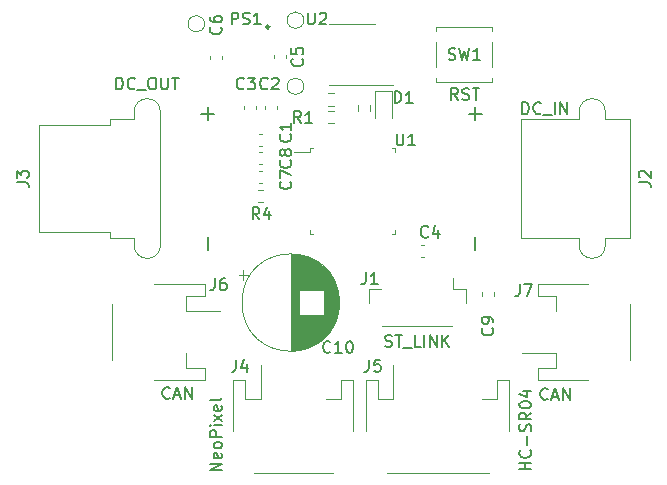
<source format=gto>
%TF.GenerationSoftware,KiCad,Pcbnew,6.0.11-2627ca5db0~126~ubuntu20.04.1*%
%TF.CreationDate,2023-02-21T17:10:03+08:00*%
%TF.ProjectId,cityscope-can-module,63697479-7363-46f7-9065-2d63616e2d6d,v1.0*%
%TF.SameCoordinates,Original*%
%TF.FileFunction,Legend,Top*%
%TF.FilePolarity,Positive*%
%FSLAX46Y46*%
G04 Gerber Fmt 4.6, Leading zero omitted, Abs format (unit mm)*
G04 Created by KiCad (PCBNEW 6.0.11-2627ca5db0~126~ubuntu20.04.1) date 2023-02-21 17:10:03*
%MOMM*%
%LPD*%
G01*
G04 APERTURE LIST*
%ADD10C,0.150000*%
%ADD11C,0.120000*%
%ADD12C,0.250000*%
G04 APERTURE END LIST*
D10*
%TO.C,R1*%
X170658333Y-81802380D02*
X170325000Y-81326190D01*
X170086904Y-81802380D02*
X170086904Y-80802380D01*
X170467857Y-80802380D01*
X170563095Y-80850000D01*
X170610714Y-80897619D01*
X170658333Y-80992857D01*
X170658333Y-81135714D01*
X170610714Y-81230952D01*
X170563095Y-81278571D01*
X170467857Y-81326190D01*
X170086904Y-81326190D01*
X171610714Y-81802380D02*
X171039285Y-81802380D01*
X171325000Y-81802380D02*
X171325000Y-80802380D01*
X171229761Y-80945238D01*
X171134523Y-81040476D01*
X171039285Y-81088095D01*
%TO.C,C1*%
X169757142Y-82766666D02*
X169804761Y-82814285D01*
X169852380Y-82957142D01*
X169852380Y-83052380D01*
X169804761Y-83195238D01*
X169709523Y-83290476D01*
X169614285Y-83338095D01*
X169423809Y-83385714D01*
X169280952Y-83385714D01*
X169090476Y-83338095D01*
X168995238Y-83290476D01*
X168900000Y-83195238D01*
X168852380Y-83052380D01*
X168852380Y-82957142D01*
X168900000Y-82814285D01*
X168947619Y-82766666D01*
X169852380Y-81814285D02*
X169852380Y-82385714D01*
X169852380Y-82100000D02*
X168852380Y-82100000D01*
X168995238Y-82195238D01*
X169090476Y-82290476D01*
X169138095Y-82385714D01*
%TO.C,C2*%
X167833333Y-78857142D02*
X167785714Y-78904761D01*
X167642857Y-78952380D01*
X167547619Y-78952380D01*
X167404761Y-78904761D01*
X167309523Y-78809523D01*
X167261904Y-78714285D01*
X167214285Y-78523809D01*
X167214285Y-78380952D01*
X167261904Y-78190476D01*
X167309523Y-78095238D01*
X167404761Y-78000000D01*
X167547619Y-77952380D01*
X167642857Y-77952380D01*
X167785714Y-78000000D01*
X167833333Y-78047619D01*
X168214285Y-78047619D02*
X168261904Y-78000000D01*
X168357142Y-77952380D01*
X168595238Y-77952380D01*
X168690476Y-78000000D01*
X168738095Y-78047619D01*
X168785714Y-78142857D01*
X168785714Y-78238095D01*
X168738095Y-78380952D01*
X168166666Y-78952380D01*
X168785714Y-78952380D01*
%TO.C,J3*%
X146602380Y-86833333D02*
X147316666Y-86833333D01*
X147459523Y-86880952D01*
X147554761Y-86976190D01*
X147602380Y-87119047D01*
X147602380Y-87214285D01*
X146602380Y-86452380D02*
X146602380Y-85833333D01*
X146983333Y-86166666D01*
X146983333Y-86023809D01*
X147030952Y-85928571D01*
X147078571Y-85880952D01*
X147173809Y-85833333D01*
X147411904Y-85833333D01*
X147507142Y-85880952D01*
X147554761Y-85928571D01*
X147602380Y-86023809D01*
X147602380Y-86309523D01*
X147554761Y-86404761D01*
X147507142Y-86452380D01*
X155028571Y-78952380D02*
X155028571Y-77952380D01*
X155266666Y-77952380D01*
X155409523Y-78000000D01*
X155504761Y-78095238D01*
X155552380Y-78190476D01*
X155600000Y-78380952D01*
X155600000Y-78523809D01*
X155552380Y-78714285D01*
X155504761Y-78809523D01*
X155409523Y-78904761D01*
X155266666Y-78952380D01*
X155028571Y-78952380D01*
X156600000Y-78857142D02*
X156552380Y-78904761D01*
X156409523Y-78952380D01*
X156314285Y-78952380D01*
X156171428Y-78904761D01*
X156076190Y-78809523D01*
X156028571Y-78714285D01*
X155980952Y-78523809D01*
X155980952Y-78380952D01*
X156028571Y-78190476D01*
X156076190Y-78095238D01*
X156171428Y-78000000D01*
X156314285Y-77952380D01*
X156409523Y-77952380D01*
X156552380Y-78000000D01*
X156600000Y-78047619D01*
X156790476Y-79047619D02*
X157552380Y-79047619D01*
X157980952Y-77952380D02*
X158171428Y-77952380D01*
X158266666Y-78000000D01*
X158361904Y-78095238D01*
X158409523Y-78285714D01*
X158409523Y-78619047D01*
X158361904Y-78809523D01*
X158266666Y-78904761D01*
X158171428Y-78952380D01*
X157980952Y-78952380D01*
X157885714Y-78904761D01*
X157790476Y-78809523D01*
X157742857Y-78619047D01*
X157742857Y-78285714D01*
X157790476Y-78095238D01*
X157885714Y-78000000D01*
X157980952Y-77952380D01*
X158838095Y-77952380D02*
X158838095Y-78761904D01*
X158885714Y-78857142D01*
X158933333Y-78904761D01*
X159028571Y-78952380D01*
X159219047Y-78952380D01*
X159314285Y-78904761D01*
X159361904Y-78857142D01*
X159409523Y-78761904D01*
X159409523Y-77952380D01*
X159742857Y-77952380D02*
X160314285Y-77952380D01*
X160028571Y-78952380D02*
X160028571Y-77952380D01*
X162757142Y-92571428D02*
X162757142Y-91428571D01*
X162757142Y-81571428D02*
X162757142Y-80428571D01*
X163328571Y-81000000D02*
X162185714Y-81000000D01*
%TO.C,PS1*%
X164785714Y-73452380D02*
X164785714Y-72452380D01*
X165166666Y-72452380D01*
X165261904Y-72500000D01*
X165309523Y-72547619D01*
X165357142Y-72642857D01*
X165357142Y-72785714D01*
X165309523Y-72880952D01*
X165261904Y-72928571D01*
X165166666Y-72976190D01*
X164785714Y-72976190D01*
X165738095Y-73404761D02*
X165880952Y-73452380D01*
X166119047Y-73452380D01*
X166214285Y-73404761D01*
X166261904Y-73357142D01*
X166309523Y-73261904D01*
X166309523Y-73166666D01*
X166261904Y-73071428D01*
X166214285Y-73023809D01*
X166119047Y-72976190D01*
X165928571Y-72928571D01*
X165833333Y-72880952D01*
X165785714Y-72833333D01*
X165738095Y-72738095D01*
X165738095Y-72642857D01*
X165785714Y-72547619D01*
X165833333Y-72500000D01*
X165928571Y-72452380D01*
X166166666Y-72452380D01*
X166309523Y-72500000D01*
X167261904Y-73452380D02*
X166690476Y-73452380D01*
X166976190Y-73452380D02*
X166976190Y-72452380D01*
X166880952Y-72595238D01*
X166785714Y-72690476D01*
X166690476Y-72738095D01*
%TO.C,J2*%
X199277380Y-86833333D02*
X199991666Y-86833333D01*
X200134523Y-86880952D01*
X200229761Y-86976190D01*
X200277380Y-87119047D01*
X200277380Y-87214285D01*
X199372619Y-86404761D02*
X199325000Y-86357142D01*
X199277380Y-86261904D01*
X199277380Y-86023809D01*
X199325000Y-85928571D01*
X199372619Y-85880952D01*
X199467857Y-85833333D01*
X199563095Y-85833333D01*
X199705952Y-85880952D01*
X200277380Y-86452380D01*
X200277380Y-85833333D01*
X189395238Y-81052380D02*
X189395238Y-80052380D01*
X189633333Y-80052380D01*
X189776190Y-80100000D01*
X189871428Y-80195238D01*
X189919047Y-80290476D01*
X189966666Y-80480952D01*
X189966666Y-80623809D01*
X189919047Y-80814285D01*
X189871428Y-80909523D01*
X189776190Y-81004761D01*
X189633333Y-81052380D01*
X189395238Y-81052380D01*
X190966666Y-80957142D02*
X190919047Y-81004761D01*
X190776190Y-81052380D01*
X190680952Y-81052380D01*
X190538095Y-81004761D01*
X190442857Y-80909523D01*
X190395238Y-80814285D01*
X190347619Y-80623809D01*
X190347619Y-80480952D01*
X190395238Y-80290476D01*
X190442857Y-80195238D01*
X190538095Y-80100000D01*
X190680952Y-80052380D01*
X190776190Y-80052380D01*
X190919047Y-80100000D01*
X190966666Y-80147619D01*
X191157142Y-81147619D02*
X191919047Y-81147619D01*
X192157142Y-81052380D02*
X192157142Y-80052380D01*
X192633333Y-81052380D02*
X192633333Y-80052380D01*
X193204761Y-81052380D01*
X193204761Y-80052380D01*
X185432142Y-92571428D02*
X185432142Y-91428571D01*
X185432142Y-81571428D02*
X185432142Y-80428571D01*
X186003571Y-81000000D02*
X184860714Y-81000000D01*
%TO.C,U1*%
X178763095Y-82702380D02*
X178763095Y-83511904D01*
X178810714Y-83607142D01*
X178858333Y-83654761D01*
X178953571Y-83702380D01*
X179144047Y-83702380D01*
X179239285Y-83654761D01*
X179286904Y-83607142D01*
X179334523Y-83511904D01*
X179334523Y-82702380D01*
X180334523Y-83702380D02*
X179763095Y-83702380D01*
X180048809Y-83702380D02*
X180048809Y-82702380D01*
X179953571Y-82845238D01*
X179858333Y-82940476D01*
X179763095Y-82988095D01*
%TO.C,J6*%
X163366666Y-94952380D02*
X163366666Y-95666666D01*
X163319047Y-95809523D01*
X163223809Y-95904761D01*
X163080952Y-95952380D01*
X162985714Y-95952380D01*
X164271428Y-94952380D02*
X164080952Y-94952380D01*
X163985714Y-95000000D01*
X163938095Y-95047619D01*
X163842857Y-95190476D01*
X163795238Y-95380952D01*
X163795238Y-95761904D01*
X163842857Y-95857142D01*
X163890476Y-95904761D01*
X163985714Y-95952380D01*
X164176190Y-95952380D01*
X164271428Y-95904761D01*
X164319047Y-95857142D01*
X164366666Y-95761904D01*
X164366666Y-95523809D01*
X164319047Y-95428571D01*
X164271428Y-95380952D01*
X164176190Y-95333333D01*
X163985714Y-95333333D01*
X163890476Y-95380952D01*
X163842857Y-95428571D01*
X163795238Y-95523809D01*
X159557142Y-105057142D02*
X159509523Y-105104761D01*
X159366666Y-105152380D01*
X159271428Y-105152380D01*
X159128571Y-105104761D01*
X159033333Y-105009523D01*
X158985714Y-104914285D01*
X158938095Y-104723809D01*
X158938095Y-104580952D01*
X158985714Y-104390476D01*
X159033333Y-104295238D01*
X159128571Y-104200000D01*
X159271428Y-104152380D01*
X159366666Y-104152380D01*
X159509523Y-104200000D01*
X159557142Y-104247619D01*
X159938095Y-104866666D02*
X160414285Y-104866666D01*
X159842857Y-105152380D02*
X160176190Y-104152380D01*
X160509523Y-105152380D01*
X160842857Y-105152380D02*
X160842857Y-104152380D01*
X161414285Y-105152380D01*
X161414285Y-104152380D01*
%TO.C,C4*%
X181433333Y-91407142D02*
X181385714Y-91454761D01*
X181242857Y-91502380D01*
X181147619Y-91502380D01*
X181004761Y-91454761D01*
X180909523Y-91359523D01*
X180861904Y-91264285D01*
X180814285Y-91073809D01*
X180814285Y-90930952D01*
X180861904Y-90740476D01*
X180909523Y-90645238D01*
X181004761Y-90550000D01*
X181147619Y-90502380D01*
X181242857Y-90502380D01*
X181385714Y-90550000D01*
X181433333Y-90597619D01*
X182290476Y-90835714D02*
X182290476Y-91502380D01*
X182052380Y-90454761D02*
X181814285Y-91169047D01*
X182433333Y-91169047D01*
%TO.C,C5*%
X170757142Y-76366666D02*
X170804761Y-76414285D01*
X170852380Y-76557142D01*
X170852380Y-76652380D01*
X170804761Y-76795238D01*
X170709523Y-76890476D01*
X170614285Y-76938095D01*
X170423809Y-76985714D01*
X170280952Y-76985714D01*
X170090476Y-76938095D01*
X169995238Y-76890476D01*
X169900000Y-76795238D01*
X169852380Y-76652380D01*
X169852380Y-76557142D01*
X169900000Y-76414285D01*
X169947619Y-76366666D01*
X169852380Y-75461904D02*
X169852380Y-75938095D01*
X170328571Y-75985714D01*
X170280952Y-75938095D01*
X170233333Y-75842857D01*
X170233333Y-75604761D01*
X170280952Y-75509523D01*
X170328571Y-75461904D01*
X170423809Y-75414285D01*
X170661904Y-75414285D01*
X170757142Y-75461904D01*
X170804761Y-75509523D01*
X170852380Y-75604761D01*
X170852380Y-75842857D01*
X170804761Y-75938095D01*
X170757142Y-75985714D01*
%TO.C,J1*%
X176166666Y-94452380D02*
X176166666Y-95166666D01*
X176119047Y-95309523D01*
X176023809Y-95404761D01*
X175880952Y-95452380D01*
X175785714Y-95452380D01*
X177166666Y-95452380D02*
X176595238Y-95452380D01*
X176880952Y-95452380D02*
X176880952Y-94452380D01*
X176785714Y-94595238D01*
X176690476Y-94690476D01*
X176595238Y-94738095D01*
X177785714Y-100704761D02*
X177928571Y-100752380D01*
X178166666Y-100752380D01*
X178261904Y-100704761D01*
X178309523Y-100657142D01*
X178357142Y-100561904D01*
X178357142Y-100466666D01*
X178309523Y-100371428D01*
X178261904Y-100323809D01*
X178166666Y-100276190D01*
X177976190Y-100228571D01*
X177880952Y-100180952D01*
X177833333Y-100133333D01*
X177785714Y-100038095D01*
X177785714Y-99942857D01*
X177833333Y-99847619D01*
X177880952Y-99800000D01*
X177976190Y-99752380D01*
X178214285Y-99752380D01*
X178357142Y-99800000D01*
X178642857Y-99752380D02*
X179214285Y-99752380D01*
X178928571Y-100752380D02*
X178928571Y-99752380D01*
X179309523Y-100847619D02*
X180071428Y-100847619D01*
X180785714Y-100752380D02*
X180309523Y-100752380D01*
X180309523Y-99752380D01*
X181119047Y-100752380D02*
X181119047Y-99752380D01*
X181595238Y-100752380D02*
X181595238Y-99752380D01*
X182166666Y-100752380D01*
X182166666Y-99752380D01*
X182642857Y-100752380D02*
X182642857Y-99752380D01*
X183214285Y-100752380D02*
X182785714Y-100180952D01*
X183214285Y-99752380D02*
X182642857Y-100323809D01*
%TO.C,C3*%
X165833333Y-78857142D02*
X165785714Y-78904761D01*
X165642857Y-78952380D01*
X165547619Y-78952380D01*
X165404761Y-78904761D01*
X165309523Y-78809523D01*
X165261904Y-78714285D01*
X165214285Y-78523809D01*
X165214285Y-78380952D01*
X165261904Y-78190476D01*
X165309523Y-78095238D01*
X165404761Y-78000000D01*
X165547619Y-77952380D01*
X165642857Y-77952380D01*
X165785714Y-78000000D01*
X165833333Y-78047619D01*
X166166666Y-77952380D02*
X166785714Y-77952380D01*
X166452380Y-78333333D01*
X166595238Y-78333333D01*
X166690476Y-78380952D01*
X166738095Y-78428571D01*
X166785714Y-78523809D01*
X166785714Y-78761904D01*
X166738095Y-78857142D01*
X166690476Y-78904761D01*
X166595238Y-78952380D01*
X166309523Y-78952380D01*
X166214285Y-78904761D01*
X166166666Y-78857142D01*
%TO.C,R4*%
X167133333Y-89952380D02*
X166800000Y-89476190D01*
X166561904Y-89952380D02*
X166561904Y-88952380D01*
X166942857Y-88952380D01*
X167038095Y-89000000D01*
X167085714Y-89047619D01*
X167133333Y-89142857D01*
X167133333Y-89285714D01*
X167085714Y-89380952D01*
X167038095Y-89428571D01*
X166942857Y-89476190D01*
X166561904Y-89476190D01*
X167990476Y-89285714D02*
X167990476Y-89952380D01*
X167752380Y-88904761D02*
X167514285Y-89619047D01*
X168133333Y-89619047D01*
%TO.C,C6*%
X163857142Y-73666666D02*
X163904761Y-73714285D01*
X163952380Y-73857142D01*
X163952380Y-73952380D01*
X163904761Y-74095238D01*
X163809523Y-74190476D01*
X163714285Y-74238095D01*
X163523809Y-74285714D01*
X163380952Y-74285714D01*
X163190476Y-74238095D01*
X163095238Y-74190476D01*
X163000000Y-74095238D01*
X162952380Y-73952380D01*
X162952380Y-73857142D01*
X163000000Y-73714285D01*
X163047619Y-73666666D01*
X162952380Y-72809523D02*
X162952380Y-73000000D01*
X163000000Y-73095238D01*
X163047619Y-73142857D01*
X163190476Y-73238095D01*
X163380952Y-73285714D01*
X163761904Y-73285714D01*
X163857142Y-73238095D01*
X163904761Y-73190476D01*
X163952380Y-73095238D01*
X163952380Y-72904761D01*
X163904761Y-72809523D01*
X163857142Y-72761904D01*
X163761904Y-72714285D01*
X163523809Y-72714285D01*
X163428571Y-72761904D01*
X163380952Y-72809523D01*
X163333333Y-72904761D01*
X163333333Y-73095238D01*
X163380952Y-73190476D01*
X163428571Y-73238095D01*
X163523809Y-73285714D01*
%TO.C,J5*%
X176416666Y-101852380D02*
X176416666Y-102566666D01*
X176369047Y-102709523D01*
X176273809Y-102804761D01*
X176130952Y-102852380D01*
X176035714Y-102852380D01*
X177369047Y-101852380D02*
X176892857Y-101852380D01*
X176845238Y-102328571D01*
X176892857Y-102280952D01*
X176988095Y-102233333D01*
X177226190Y-102233333D01*
X177321428Y-102280952D01*
X177369047Y-102328571D01*
X177416666Y-102423809D01*
X177416666Y-102661904D01*
X177369047Y-102757142D01*
X177321428Y-102804761D01*
X177226190Y-102852380D01*
X176988095Y-102852380D01*
X176892857Y-102804761D01*
X176845238Y-102757142D01*
X190152380Y-111133333D02*
X189152380Y-111133333D01*
X189628571Y-111133333D02*
X189628571Y-110561904D01*
X190152380Y-110561904D02*
X189152380Y-110561904D01*
X190057142Y-109514285D02*
X190104761Y-109561904D01*
X190152380Y-109704761D01*
X190152380Y-109800000D01*
X190104761Y-109942857D01*
X190009523Y-110038095D01*
X189914285Y-110085714D01*
X189723809Y-110133333D01*
X189580952Y-110133333D01*
X189390476Y-110085714D01*
X189295238Y-110038095D01*
X189200000Y-109942857D01*
X189152380Y-109800000D01*
X189152380Y-109704761D01*
X189200000Y-109561904D01*
X189247619Y-109514285D01*
X189771428Y-109085714D02*
X189771428Y-108323809D01*
X190104761Y-107895238D02*
X190152380Y-107752380D01*
X190152380Y-107514285D01*
X190104761Y-107419047D01*
X190057142Y-107371428D01*
X189961904Y-107323809D01*
X189866666Y-107323809D01*
X189771428Y-107371428D01*
X189723809Y-107419047D01*
X189676190Y-107514285D01*
X189628571Y-107704761D01*
X189580952Y-107800000D01*
X189533333Y-107847619D01*
X189438095Y-107895238D01*
X189342857Y-107895238D01*
X189247619Y-107847619D01*
X189200000Y-107800000D01*
X189152380Y-107704761D01*
X189152380Y-107466666D01*
X189200000Y-107323809D01*
X190152380Y-106323809D02*
X189676190Y-106657142D01*
X190152380Y-106895238D02*
X189152380Y-106895238D01*
X189152380Y-106514285D01*
X189200000Y-106419047D01*
X189247619Y-106371428D01*
X189342857Y-106323809D01*
X189485714Y-106323809D01*
X189580952Y-106371428D01*
X189628571Y-106419047D01*
X189676190Y-106514285D01*
X189676190Y-106895238D01*
X189152380Y-105704761D02*
X189152380Y-105609523D01*
X189200000Y-105514285D01*
X189247619Y-105466666D01*
X189342857Y-105419047D01*
X189533333Y-105371428D01*
X189771428Y-105371428D01*
X189961904Y-105419047D01*
X190057142Y-105466666D01*
X190104761Y-105514285D01*
X190152380Y-105609523D01*
X190152380Y-105704761D01*
X190104761Y-105800000D01*
X190057142Y-105847619D01*
X189961904Y-105895238D01*
X189771428Y-105942857D01*
X189533333Y-105942857D01*
X189342857Y-105895238D01*
X189247619Y-105847619D01*
X189200000Y-105800000D01*
X189152380Y-105704761D01*
X189485714Y-104514285D02*
X190152380Y-104514285D01*
X189104761Y-104752380D02*
X189819047Y-104990476D01*
X189819047Y-104371428D01*
%TO.C,C7*%
X169757142Y-86766666D02*
X169804761Y-86814285D01*
X169852380Y-86957142D01*
X169852380Y-87052380D01*
X169804761Y-87195238D01*
X169709523Y-87290476D01*
X169614285Y-87338095D01*
X169423809Y-87385714D01*
X169280952Y-87385714D01*
X169090476Y-87338095D01*
X168995238Y-87290476D01*
X168900000Y-87195238D01*
X168852380Y-87052380D01*
X168852380Y-86957142D01*
X168900000Y-86814285D01*
X168947619Y-86766666D01*
X168852380Y-86433333D02*
X168852380Y-85766666D01*
X169852380Y-86195238D01*
%TO.C,SW1*%
X183166666Y-76404761D02*
X183309523Y-76452380D01*
X183547619Y-76452380D01*
X183642857Y-76404761D01*
X183690476Y-76357142D01*
X183738095Y-76261904D01*
X183738095Y-76166666D01*
X183690476Y-76071428D01*
X183642857Y-76023809D01*
X183547619Y-75976190D01*
X183357142Y-75928571D01*
X183261904Y-75880952D01*
X183214285Y-75833333D01*
X183166666Y-75738095D01*
X183166666Y-75642857D01*
X183214285Y-75547619D01*
X183261904Y-75500000D01*
X183357142Y-75452380D01*
X183595238Y-75452380D01*
X183738095Y-75500000D01*
X184071428Y-75452380D02*
X184309523Y-76452380D01*
X184500000Y-75738095D01*
X184690476Y-76452380D01*
X184928571Y-75452380D01*
X185833333Y-76452380D02*
X185261904Y-76452380D01*
X185547619Y-76452380D02*
X185547619Y-75452380D01*
X185452380Y-75595238D01*
X185357142Y-75690476D01*
X185261904Y-75738095D01*
X183952380Y-79852380D02*
X183619047Y-79376190D01*
X183380952Y-79852380D02*
X183380952Y-78852380D01*
X183761904Y-78852380D01*
X183857142Y-78900000D01*
X183904761Y-78947619D01*
X183952380Y-79042857D01*
X183952380Y-79185714D01*
X183904761Y-79280952D01*
X183857142Y-79328571D01*
X183761904Y-79376190D01*
X183380952Y-79376190D01*
X184333333Y-79804761D02*
X184476190Y-79852380D01*
X184714285Y-79852380D01*
X184809523Y-79804761D01*
X184857142Y-79757142D01*
X184904761Y-79661904D01*
X184904761Y-79566666D01*
X184857142Y-79471428D01*
X184809523Y-79423809D01*
X184714285Y-79376190D01*
X184523809Y-79328571D01*
X184428571Y-79280952D01*
X184380952Y-79233333D01*
X184333333Y-79138095D01*
X184333333Y-79042857D01*
X184380952Y-78947619D01*
X184428571Y-78900000D01*
X184523809Y-78852380D01*
X184761904Y-78852380D01*
X184904761Y-78900000D01*
X185190476Y-78852380D02*
X185761904Y-78852380D01*
X185476190Y-79852380D02*
X185476190Y-78852380D01*
%TO.C,J7*%
X189166666Y-95452380D02*
X189166666Y-96166666D01*
X189119047Y-96309523D01*
X189023809Y-96404761D01*
X188880952Y-96452380D01*
X188785714Y-96452380D01*
X189547619Y-95452380D02*
X190214285Y-95452380D01*
X189785714Y-96452380D01*
X191557142Y-105157142D02*
X191509523Y-105204761D01*
X191366666Y-105252380D01*
X191271428Y-105252380D01*
X191128571Y-105204761D01*
X191033333Y-105109523D01*
X190985714Y-105014285D01*
X190938095Y-104823809D01*
X190938095Y-104680952D01*
X190985714Y-104490476D01*
X191033333Y-104395238D01*
X191128571Y-104300000D01*
X191271428Y-104252380D01*
X191366666Y-104252380D01*
X191509523Y-104300000D01*
X191557142Y-104347619D01*
X191938095Y-104966666D02*
X192414285Y-104966666D01*
X191842857Y-105252380D02*
X192176190Y-104252380D01*
X192509523Y-105252380D01*
X192842857Y-105252380D02*
X192842857Y-104252380D01*
X193414285Y-105252380D01*
X193414285Y-104252380D01*
%TO.C,C8*%
X169757142Y-84966666D02*
X169804761Y-85014285D01*
X169852380Y-85157142D01*
X169852380Y-85252380D01*
X169804761Y-85395238D01*
X169709523Y-85490476D01*
X169614285Y-85538095D01*
X169423809Y-85585714D01*
X169280952Y-85585714D01*
X169090476Y-85538095D01*
X168995238Y-85490476D01*
X168900000Y-85395238D01*
X168852380Y-85252380D01*
X168852380Y-85157142D01*
X168900000Y-85014285D01*
X168947619Y-84966666D01*
X169280952Y-84395238D02*
X169233333Y-84490476D01*
X169185714Y-84538095D01*
X169090476Y-84585714D01*
X169042857Y-84585714D01*
X168947619Y-84538095D01*
X168900000Y-84490476D01*
X168852380Y-84395238D01*
X168852380Y-84204761D01*
X168900000Y-84109523D01*
X168947619Y-84061904D01*
X169042857Y-84014285D01*
X169090476Y-84014285D01*
X169185714Y-84061904D01*
X169233333Y-84109523D01*
X169280952Y-84204761D01*
X169280952Y-84395238D01*
X169328571Y-84490476D01*
X169376190Y-84538095D01*
X169471428Y-84585714D01*
X169661904Y-84585714D01*
X169757142Y-84538095D01*
X169804761Y-84490476D01*
X169852380Y-84395238D01*
X169852380Y-84204761D01*
X169804761Y-84109523D01*
X169757142Y-84061904D01*
X169661904Y-84014285D01*
X169471428Y-84014285D01*
X169376190Y-84061904D01*
X169328571Y-84109523D01*
X169280952Y-84204761D01*
%TO.C,J4*%
X165166666Y-101852380D02*
X165166666Y-102566666D01*
X165119047Y-102709523D01*
X165023809Y-102804761D01*
X164880952Y-102852380D01*
X164785714Y-102852380D01*
X166071428Y-102185714D02*
X166071428Y-102852380D01*
X165833333Y-101804761D02*
X165595238Y-102519047D01*
X166214285Y-102519047D01*
X163952380Y-111200000D02*
X162952380Y-111200000D01*
X163952380Y-110628571D01*
X162952380Y-110628571D01*
X163904761Y-109771428D02*
X163952380Y-109866666D01*
X163952380Y-110057142D01*
X163904761Y-110152380D01*
X163809523Y-110200000D01*
X163428571Y-110200000D01*
X163333333Y-110152380D01*
X163285714Y-110057142D01*
X163285714Y-109866666D01*
X163333333Y-109771428D01*
X163428571Y-109723809D01*
X163523809Y-109723809D01*
X163619047Y-110200000D01*
X163952380Y-109152380D02*
X163904761Y-109247619D01*
X163857142Y-109295238D01*
X163761904Y-109342857D01*
X163476190Y-109342857D01*
X163380952Y-109295238D01*
X163333333Y-109247619D01*
X163285714Y-109152380D01*
X163285714Y-109009523D01*
X163333333Y-108914285D01*
X163380952Y-108866666D01*
X163476190Y-108819047D01*
X163761904Y-108819047D01*
X163857142Y-108866666D01*
X163904761Y-108914285D01*
X163952380Y-109009523D01*
X163952380Y-109152380D01*
X163952380Y-108390476D02*
X162952380Y-108390476D01*
X162952380Y-108009523D01*
X163000000Y-107914285D01*
X163047619Y-107866666D01*
X163142857Y-107819047D01*
X163285714Y-107819047D01*
X163380952Y-107866666D01*
X163428571Y-107914285D01*
X163476190Y-108009523D01*
X163476190Y-108390476D01*
X163952380Y-107390476D02*
X163285714Y-107390476D01*
X162952380Y-107390476D02*
X163000000Y-107438095D01*
X163047619Y-107390476D01*
X163000000Y-107342857D01*
X162952380Y-107390476D01*
X163047619Y-107390476D01*
X163952380Y-107009523D02*
X163285714Y-106485714D01*
X163285714Y-107009523D02*
X163952380Y-106485714D01*
X163904761Y-105723809D02*
X163952380Y-105819047D01*
X163952380Y-106009523D01*
X163904761Y-106104761D01*
X163809523Y-106152380D01*
X163428571Y-106152380D01*
X163333333Y-106104761D01*
X163285714Y-106009523D01*
X163285714Y-105819047D01*
X163333333Y-105723809D01*
X163428571Y-105676190D01*
X163523809Y-105676190D01*
X163619047Y-106152380D01*
X163952380Y-105104761D02*
X163904761Y-105200000D01*
X163809523Y-105247619D01*
X162952380Y-105247619D01*
%TO.C,C9*%
X186857142Y-99166666D02*
X186904761Y-99214285D01*
X186952380Y-99357142D01*
X186952380Y-99452380D01*
X186904761Y-99595238D01*
X186809523Y-99690476D01*
X186714285Y-99738095D01*
X186523809Y-99785714D01*
X186380952Y-99785714D01*
X186190476Y-99738095D01*
X186095238Y-99690476D01*
X186000000Y-99595238D01*
X185952380Y-99452380D01*
X185952380Y-99357142D01*
X186000000Y-99214285D01*
X186047619Y-99166666D01*
X186952380Y-98690476D02*
X186952380Y-98500000D01*
X186904761Y-98404761D01*
X186857142Y-98357142D01*
X186714285Y-98261904D01*
X186523809Y-98214285D01*
X186142857Y-98214285D01*
X186047619Y-98261904D01*
X186000000Y-98309523D01*
X185952380Y-98404761D01*
X185952380Y-98595238D01*
X186000000Y-98690476D01*
X186047619Y-98738095D01*
X186142857Y-98785714D01*
X186380952Y-98785714D01*
X186476190Y-98738095D01*
X186523809Y-98690476D01*
X186571428Y-98595238D01*
X186571428Y-98404761D01*
X186523809Y-98309523D01*
X186476190Y-98261904D01*
X186380952Y-98214285D01*
%TO.C,U2*%
X171238095Y-72452380D02*
X171238095Y-73261904D01*
X171285714Y-73357142D01*
X171333333Y-73404761D01*
X171428571Y-73452380D01*
X171619047Y-73452380D01*
X171714285Y-73404761D01*
X171761904Y-73357142D01*
X171809523Y-73261904D01*
X171809523Y-72452380D01*
X172238095Y-72547619D02*
X172285714Y-72500000D01*
X172380952Y-72452380D01*
X172619047Y-72452380D01*
X172714285Y-72500000D01*
X172761904Y-72547619D01*
X172809523Y-72642857D01*
X172809523Y-72738095D01*
X172761904Y-72880952D01*
X172190476Y-73452380D01*
X172809523Y-73452380D01*
%TO.C,C10*%
X173157142Y-101157142D02*
X173109523Y-101204761D01*
X172966666Y-101252380D01*
X172871428Y-101252380D01*
X172728571Y-101204761D01*
X172633333Y-101109523D01*
X172585714Y-101014285D01*
X172538095Y-100823809D01*
X172538095Y-100680952D01*
X172585714Y-100490476D01*
X172633333Y-100395238D01*
X172728571Y-100300000D01*
X172871428Y-100252380D01*
X172966666Y-100252380D01*
X173109523Y-100300000D01*
X173157142Y-100347619D01*
X174109523Y-101252380D02*
X173538095Y-101252380D01*
X173823809Y-101252380D02*
X173823809Y-100252380D01*
X173728571Y-100395238D01*
X173633333Y-100490476D01*
X173538095Y-100538095D01*
X174728571Y-100252380D02*
X174823809Y-100252380D01*
X174919047Y-100300000D01*
X174966666Y-100347619D01*
X175014285Y-100442857D01*
X175061904Y-100633333D01*
X175061904Y-100871428D01*
X175014285Y-101061904D01*
X174966666Y-101157142D01*
X174919047Y-101204761D01*
X174823809Y-101252380D01*
X174728571Y-101252380D01*
X174633333Y-101204761D01*
X174585714Y-101157142D01*
X174538095Y-101061904D01*
X174490476Y-100871428D01*
X174490476Y-100633333D01*
X174538095Y-100442857D01*
X174585714Y-100347619D01*
X174633333Y-100300000D01*
X174728571Y-100252380D01*
%TO.C,D1*%
X178586904Y-80102380D02*
X178586904Y-79102380D01*
X178825000Y-79102380D01*
X178967857Y-79150000D01*
X179063095Y-79245238D01*
X179110714Y-79340476D01*
X179158333Y-79530952D01*
X179158333Y-79673809D01*
X179110714Y-79864285D01*
X179063095Y-79959523D01*
X178967857Y-80054761D01*
X178825000Y-80102380D01*
X178586904Y-80102380D01*
X180110714Y-80102380D02*
X179539285Y-80102380D01*
X179825000Y-80102380D02*
X179825000Y-79102380D01*
X179729761Y-79245238D01*
X179634523Y-79340476D01*
X179539285Y-79388095D01*
D11*
%TO.C,R1*%
X172962742Y-80777500D02*
X173437258Y-80777500D01*
X172962742Y-81822500D02*
X173437258Y-81822500D01*
%TO.C,C1*%
X167365580Y-82690000D02*
X167084420Y-82690000D01*
X167365580Y-83710000D02*
X167084420Y-83710000D01*
%TO.C,C2*%
X167590000Y-80359420D02*
X167590000Y-80640580D01*
X168610000Y-80359420D02*
X168610000Y-80640580D01*
%TO.C,J3*%
X154490000Y-91560000D02*
X156540000Y-91560000D01*
X158760000Y-92260000D02*
X158760000Y-80740000D01*
X148490000Y-81970000D02*
X154490000Y-81970000D01*
X156540000Y-81440000D02*
X156540000Y-80740000D01*
X154490000Y-81440000D02*
X156540000Y-81440000D01*
X154490000Y-81970000D02*
X154490000Y-81440000D01*
X156540000Y-92260000D02*
X156540000Y-91560000D01*
X148490000Y-91030000D02*
X154490000Y-91030000D01*
X154490000Y-91560000D02*
X154490000Y-91030000D01*
X148490000Y-91030000D02*
X148490000Y-82000000D01*
X156540000Y-92150000D02*
G75*
G03*
X158746635Y-92321729I1110000J1D01*
G01*
X158760000Y-80850000D02*
G75*
G03*
X156540000Y-80850000I-1110000J0D01*
G01*
D12*
%TO.C,PS1*%
X167975000Y-73655000D02*
G75*
G03*
X167975000Y-73655000I-125000J0D01*
G01*
D11*
%TO.C,TP1*%
X170900000Y-78700000D02*
G75*
G03*
X170900000Y-78700000I-700000J0D01*
G01*
%TO.C,J2*%
X194215000Y-81440000D02*
X189315000Y-81440000D01*
X189315000Y-81440000D02*
X189315000Y-91560000D01*
X196435000Y-80850000D02*
X196435000Y-81440000D01*
X198535000Y-91560000D02*
X196435000Y-91560000D01*
X198535000Y-81440000D02*
X198535000Y-91560000D01*
X194215000Y-80850000D02*
X194215000Y-81440000D01*
X194215000Y-91560000D02*
X189315000Y-91560000D01*
X196435000Y-91560000D02*
X196435000Y-92150000D01*
X198535000Y-81440000D02*
X196435000Y-81440000D01*
X194215000Y-91560000D02*
X194215000Y-92150000D01*
X194215000Y-92150000D02*
G75*
G03*
X196435000Y-92150000I1110000J0D01*
G01*
X196435000Y-80850000D02*
G75*
G03*
X194215000Y-80850000I-1110000J0D01*
G01*
%TO.C,U1*%
X178635000Y-83940000D02*
X178635000Y-84240000D01*
X178335000Y-83940000D02*
X178635000Y-83940000D01*
X178635000Y-91160000D02*
X178635000Y-90860000D01*
X171415000Y-84240000D02*
X170100000Y-84240000D01*
X171415000Y-91160000D02*
X171415000Y-90860000D01*
X178335000Y-91160000D02*
X178635000Y-91160000D01*
X171715000Y-83940000D02*
X171415000Y-83940000D01*
X171715000Y-91160000D02*
X171415000Y-91160000D01*
X171415000Y-83940000D02*
X171415000Y-84240000D01*
%TO.C,TP3*%
X162500000Y-73400000D02*
G75*
G03*
X162500000Y-73400000I-700000J0D01*
G01*
%TO.C,J6*%
X160910000Y-97740000D02*
X163800000Y-97740000D01*
X160910000Y-102540000D02*
X160910000Y-101260000D01*
X158260000Y-95440000D02*
X162510000Y-95440000D01*
X154690000Y-97160000D02*
X154690000Y-101840000D01*
X162510000Y-95440000D02*
X162510000Y-96460000D01*
X160910000Y-96460000D02*
X160910000Y-97740000D01*
X162510000Y-102540000D02*
X160910000Y-102540000D01*
X158260000Y-103560000D02*
X162510000Y-103560000D01*
X162510000Y-103560000D02*
X162510000Y-102540000D01*
X162510000Y-96460000D02*
X160910000Y-96460000D01*
%TO.C,TP2*%
X170900000Y-73100000D02*
G75*
G03*
X170900000Y-73100000I-700000J0D01*
G01*
%TO.C,C4*%
X180784420Y-93110000D02*
X181065580Y-93110000D01*
X180784420Y-92090000D02*
X181065580Y-92090000D01*
%TO.C,C5*%
X168390000Y-76039420D02*
X168390000Y-76320580D01*
X169410000Y-76039420D02*
X169410000Y-76320580D01*
%TO.C,J1*%
X183560000Y-95890000D02*
X183560000Y-94900000D01*
X176390000Y-97040000D02*
X176390000Y-95890000D01*
X183440000Y-99010000D02*
X177560000Y-99010000D01*
X184610000Y-95890000D02*
X183560000Y-95890000D01*
X176390000Y-95890000D02*
X177440000Y-95890000D01*
X184610000Y-97040000D02*
X184610000Y-95890000D01*
%TO.C,C3*%
X166860000Y-80359420D02*
X166860000Y-80640580D01*
X165840000Y-80359420D02*
X165840000Y-80640580D01*
%TO.C,R4*%
X166987742Y-87477500D02*
X167462258Y-87477500D01*
X166987742Y-88522500D02*
X167462258Y-88522500D01*
%TO.C,C6*%
X164010000Y-76089420D02*
X164010000Y-76370580D01*
X162990000Y-76089420D02*
X162990000Y-76370580D01*
%TO.C,J5*%
X187290000Y-105190000D02*
X186010000Y-105190000D01*
X178490000Y-105190000D02*
X178490000Y-102300000D01*
X188310000Y-103590000D02*
X187290000Y-103590000D01*
X177210000Y-103590000D02*
X177210000Y-105190000D01*
X176190000Y-107840000D02*
X176190000Y-103590000D01*
X187290000Y-103590000D02*
X187290000Y-105190000D01*
X188310000Y-107840000D02*
X188310000Y-103590000D01*
X177210000Y-105190000D02*
X178490000Y-105190000D01*
X177910000Y-111410000D02*
X186590000Y-111410000D01*
X176190000Y-103590000D02*
X177210000Y-103590000D01*
%TO.C,C7*%
X167084420Y-85890000D02*
X167365580Y-85890000D01*
X167084420Y-86910000D02*
X167365580Y-86910000D01*
%TO.C,R3*%
X172962742Y-80322500D02*
X173437258Y-80322500D01*
X172962742Y-79277500D02*
X173437258Y-79277500D01*
%TO.C,SW1*%
X182130000Y-78370000D02*
X186870000Y-78370000D01*
X182130000Y-77030000D02*
X182130000Y-74970000D01*
X186870000Y-77030000D02*
X186870000Y-74970000D01*
X182130000Y-73630000D02*
X186870000Y-73630000D01*
X186870000Y-78370000D02*
X186870000Y-77970000D01*
X182130000Y-78370000D02*
X182130000Y-77970000D01*
X186870000Y-73630000D02*
X186870000Y-74030000D01*
X182130000Y-73630000D02*
X182130000Y-74030000D01*
%TO.C,J7*%
X194940000Y-95440000D02*
X190690000Y-95440000D01*
X192290000Y-102540000D02*
X192290000Y-101260000D01*
X198510000Y-101840000D02*
X198510000Y-97160000D01*
X194940000Y-103560000D02*
X190690000Y-103560000D01*
X190690000Y-103560000D02*
X190690000Y-102540000D01*
X190690000Y-95440000D02*
X190690000Y-96460000D01*
X190690000Y-102540000D02*
X192290000Y-102540000D01*
X190690000Y-96460000D02*
X192290000Y-96460000D01*
X192290000Y-96460000D02*
X192290000Y-97740000D01*
X192290000Y-101260000D02*
X189400000Y-101260000D01*
%TO.C,C8*%
X167084420Y-85310000D02*
X167365580Y-85310000D01*
X167084420Y-84290000D02*
X167365580Y-84290000D01*
%TO.C,R2*%
X175502500Y-80787258D02*
X175502500Y-80312742D01*
X176547500Y-80787258D02*
X176547500Y-80312742D01*
%TO.C,J4*%
X167240000Y-105190000D02*
X167240000Y-102300000D01*
X175060000Y-103590000D02*
X174040000Y-103590000D01*
X175060000Y-107840000D02*
X175060000Y-103590000D01*
X166660000Y-111410000D02*
X173340000Y-111410000D01*
X174040000Y-103590000D02*
X174040000Y-105190000D01*
X165960000Y-105190000D02*
X167240000Y-105190000D01*
X164940000Y-103590000D02*
X165960000Y-103590000D01*
X174040000Y-105190000D02*
X172760000Y-105190000D01*
X165960000Y-103590000D02*
X165960000Y-105190000D01*
X164940000Y-107840000D02*
X164940000Y-103590000D01*
%TO.C,C9*%
X187010000Y-96415580D02*
X187010000Y-96134420D01*
X185990000Y-96415580D02*
X185990000Y-96134420D01*
%TO.C,U2*%
X175000000Y-73440000D02*
X176950000Y-73440000D01*
X175000000Y-78560000D02*
X178450000Y-78560000D01*
X175000000Y-78560000D02*
X173050000Y-78560000D01*
X175000000Y-73440000D02*
X173050000Y-73440000D01*
%TO.C,C10*%
X171955698Y-93531000D02*
X171955698Y-95960000D01*
X170515698Y-98040000D02*
X170515698Y-101017000D01*
X173035698Y-94495000D02*
X173035698Y-99505000D01*
X171875698Y-93483000D02*
X171875698Y-95960000D01*
X173635698Y-95547000D02*
X173635698Y-98453000D01*
X165785000Y-94285000D02*
X165785000Y-95085000D01*
X171155698Y-93150000D02*
X171155698Y-95960000D01*
X172315698Y-98040000D02*
X172315698Y-100220000D01*
X173475698Y-95187000D02*
X173475698Y-98813000D01*
X172155698Y-93662000D02*
X172155698Y-95960000D01*
X171675698Y-98040000D02*
X171675698Y-100627000D01*
X171475698Y-98040000D02*
X171475698Y-100722000D01*
X172235698Y-93720000D02*
X172235698Y-95960000D01*
X172435698Y-93876000D02*
X172435698Y-95960000D01*
X171115698Y-98040000D02*
X171115698Y-100863000D01*
X171435698Y-93260000D02*
X171435698Y-95960000D01*
X171315698Y-93210000D02*
X171315698Y-95960000D01*
X170635698Y-98040000D02*
X170635698Y-100994000D01*
X171435698Y-98040000D02*
X171435698Y-100740000D01*
X165385000Y-94685000D02*
X166185000Y-94685000D01*
X170755698Y-98040000D02*
X170755698Y-100967000D01*
X172395698Y-93844000D02*
X172395698Y-95960000D01*
X170835698Y-98040000D02*
X170835698Y-100947000D01*
X171035698Y-93111000D02*
X171035698Y-95960000D01*
X172515698Y-93945000D02*
X172515698Y-95960000D01*
X171355698Y-93226000D02*
X171355698Y-95960000D01*
X171915698Y-98040000D02*
X171915698Y-100493000D01*
X170354698Y-92958000D02*
X170354698Y-101042000D01*
X171955698Y-98040000D02*
X171955698Y-100469000D01*
X172035698Y-93582000D02*
X172035698Y-95960000D01*
X173115698Y-94600000D02*
X173115698Y-99400000D01*
X170915698Y-93075000D02*
X170915698Y-95960000D01*
X170995698Y-93098000D02*
X170995698Y-95960000D01*
X173835698Y-96232000D02*
X173835698Y-97768000D01*
X171795698Y-98040000D02*
X171795698Y-100562000D01*
X172555698Y-93981000D02*
X172555698Y-95960000D01*
X171395698Y-93243000D02*
X171395698Y-95960000D01*
X171995698Y-93556000D02*
X171995698Y-95960000D01*
X170555698Y-98040000D02*
X170555698Y-101010000D01*
X171075698Y-93123000D02*
X171075698Y-95960000D01*
X170995698Y-98040000D02*
X170995698Y-100902000D01*
X172755698Y-94174000D02*
X172755698Y-99826000D01*
X171875698Y-98040000D02*
X171875698Y-100517000D01*
X171515698Y-93296000D02*
X171515698Y-95960000D01*
X170515698Y-92983000D02*
X170515698Y-95960000D01*
X173435698Y-95110000D02*
X173435698Y-98890000D01*
X173515698Y-95269000D02*
X173515698Y-98731000D01*
X172035698Y-98040000D02*
X172035698Y-100418000D01*
X170114698Y-92932000D02*
X170114698Y-101068000D01*
X169794698Y-92920000D02*
X169794698Y-101080000D01*
X173555698Y-95355000D02*
X173555698Y-98645000D01*
X170715698Y-93024000D02*
X170715698Y-95960000D01*
X172875698Y-94303000D02*
X172875698Y-99697000D01*
X171355698Y-98040000D02*
X171355698Y-100774000D01*
X172835698Y-94259000D02*
X172835698Y-99741000D01*
X172075698Y-98040000D02*
X172075698Y-100392000D01*
X171555698Y-98040000D02*
X171555698Y-100686000D01*
X172475698Y-98040000D02*
X172475698Y-100090000D01*
X171115698Y-93137000D02*
X171115698Y-95960000D01*
X170154698Y-92935000D02*
X170154698Y-101065000D01*
X173755698Y-95902000D02*
X173755698Y-98098000D01*
X172995698Y-94444000D02*
X172995698Y-99556000D01*
X172395698Y-98040000D02*
X172395698Y-100156000D01*
X171315698Y-98040000D02*
X171315698Y-100790000D01*
X170955698Y-98040000D02*
X170955698Y-100914000D01*
X173155698Y-94655000D02*
X173155698Y-99345000D01*
X170074698Y-92929000D02*
X170074698Y-101071000D01*
X170675698Y-98040000D02*
X170675698Y-100985000D01*
X170595698Y-98040000D02*
X170595698Y-101002000D01*
X172355698Y-93811000D02*
X172355698Y-95960000D01*
X171555698Y-93314000D02*
X171555698Y-95960000D01*
X170795698Y-93043000D02*
X170795698Y-95960000D01*
X172235698Y-98040000D02*
X172235698Y-100280000D01*
X171395698Y-98040000D02*
X171395698Y-100757000D01*
X171755698Y-93416000D02*
X171755698Y-95960000D01*
X171475698Y-93278000D02*
X171475698Y-95960000D01*
X171075698Y-98040000D02*
X171075698Y-100877000D01*
X170915698Y-98040000D02*
X170915698Y-100925000D01*
X171795698Y-93438000D02*
X171795698Y-95960000D01*
X170795698Y-98040000D02*
X170795698Y-100957000D01*
X172155698Y-98040000D02*
X172155698Y-100338000D01*
X171595698Y-98040000D02*
X171595698Y-100666000D01*
X171195698Y-93165000D02*
X171195698Y-95960000D01*
X172075698Y-93608000D02*
X172075698Y-95960000D01*
X171235698Y-93179000D02*
X171235698Y-95960000D01*
X171235698Y-98040000D02*
X171235698Y-100821000D01*
X171915698Y-93507000D02*
X171915698Y-95960000D01*
X173235698Y-94772000D02*
X173235698Y-99228000D01*
X173675698Y-95654000D02*
X173675698Y-98346000D01*
X173395698Y-95036000D02*
X173395698Y-98964000D01*
X171715698Y-98040000D02*
X171715698Y-100606000D01*
X171835698Y-93460000D02*
X171835698Y-95960000D01*
X172595698Y-94017000D02*
X172595698Y-99983000D01*
X169834698Y-92920000D02*
X169834698Y-101080000D01*
X170474698Y-92976000D02*
X170474698Y-101024000D01*
X171035698Y-98040000D02*
X171035698Y-100889000D01*
X171635698Y-93353000D02*
X171635698Y-95960000D01*
X170755698Y-93033000D02*
X170755698Y-95960000D01*
X171515698Y-98040000D02*
X171515698Y-100704000D01*
X170675698Y-93015000D02*
X170675698Y-95960000D01*
X172715698Y-94133000D02*
X172715698Y-99867000D01*
X170034698Y-92926000D02*
X170034698Y-101074000D01*
X171195698Y-98040000D02*
X171195698Y-100835000D01*
X172275698Y-98040000D02*
X172275698Y-100250000D01*
X171275698Y-93195000D02*
X171275698Y-95960000D01*
X171715698Y-93394000D02*
X171715698Y-95960000D01*
X171755698Y-98040000D02*
X171755698Y-100584000D01*
X172795698Y-94216000D02*
X172795698Y-99784000D01*
X170434698Y-92970000D02*
X170434698Y-101030000D01*
X170194698Y-92939000D02*
X170194698Y-101061000D01*
X172955698Y-94396000D02*
X172955698Y-99604000D01*
X172275698Y-93750000D02*
X172275698Y-95960000D01*
X172195698Y-98040000D02*
X172195698Y-100309000D01*
X170875698Y-98040000D02*
X170875698Y-100936000D01*
X170394698Y-92963000D02*
X170394698Y-101037000D01*
X169874698Y-92920000D02*
X169874698Y-101080000D01*
X172115698Y-98040000D02*
X172115698Y-100365000D01*
X171635698Y-98040000D02*
X171635698Y-100647000D01*
X172635698Y-94055000D02*
X172635698Y-99945000D01*
X170595698Y-92998000D02*
X170595698Y-95960000D01*
X171995698Y-98040000D02*
X171995698Y-100444000D01*
X172195698Y-93691000D02*
X172195698Y-95960000D01*
X173355698Y-94966000D02*
X173355698Y-99034000D01*
X170875698Y-93064000D02*
X170875698Y-95960000D01*
X172115698Y-93635000D02*
X172115698Y-95960000D01*
X172915698Y-94349000D02*
X172915698Y-99651000D01*
X173275698Y-94834000D02*
X173275698Y-99166000D01*
X171155698Y-98040000D02*
X171155698Y-100850000D01*
X169994698Y-92924000D02*
X169994698Y-101076000D01*
X171275698Y-98040000D02*
X171275698Y-100805000D01*
X170555698Y-92990000D02*
X170555698Y-95960000D01*
X172675698Y-94093000D02*
X172675698Y-99907000D01*
X171595698Y-93334000D02*
X171595698Y-95960000D01*
X172475698Y-93910000D02*
X172475698Y-95960000D01*
X170715698Y-98040000D02*
X170715698Y-100976000D01*
X173195698Y-94713000D02*
X173195698Y-99287000D01*
X172355698Y-98040000D02*
X172355698Y-100189000D01*
X170234698Y-92943000D02*
X170234698Y-101057000D01*
X172555698Y-98040000D02*
X172555698Y-100019000D01*
X173595698Y-95448000D02*
X173595698Y-98552000D01*
X169914698Y-92921000D02*
X169914698Y-101079000D01*
X173315698Y-94898000D02*
X173315698Y-99102000D01*
X172515698Y-98040000D02*
X172515698Y-100055000D01*
X170955698Y-93086000D02*
X170955698Y-95960000D01*
X173875698Y-96467000D02*
X173875698Y-97533000D01*
X172435698Y-98040000D02*
X172435698Y-100124000D01*
X170274698Y-92948000D02*
X170274698Y-101052000D01*
X170314698Y-92952000D02*
X170314698Y-101048000D01*
X171835698Y-98040000D02*
X171835698Y-100540000D01*
X172315698Y-93780000D02*
X172315698Y-95960000D01*
X169954698Y-92923000D02*
X169954698Y-101077000D01*
X173795698Y-96052000D02*
X173795698Y-97948000D01*
X173075698Y-94546000D02*
X173075698Y-99454000D01*
X170635698Y-93006000D02*
X170635698Y-95960000D01*
X170835698Y-93053000D02*
X170835698Y-95960000D01*
X173715698Y-95771000D02*
X173715698Y-98229000D01*
X171675698Y-93373000D02*
X171675698Y-95960000D01*
X173914698Y-97000000D02*
G75*
G03*
X173914698Y-97000000I-4120000J0D01*
G01*
%TO.C,D1*%
X176890000Y-79085000D02*
X176890000Y-81370000D01*
X178360000Y-81370000D02*
X178360000Y-79085000D01*
X178360000Y-79085000D02*
X176890000Y-79085000D01*
%TD*%
M02*

</source>
